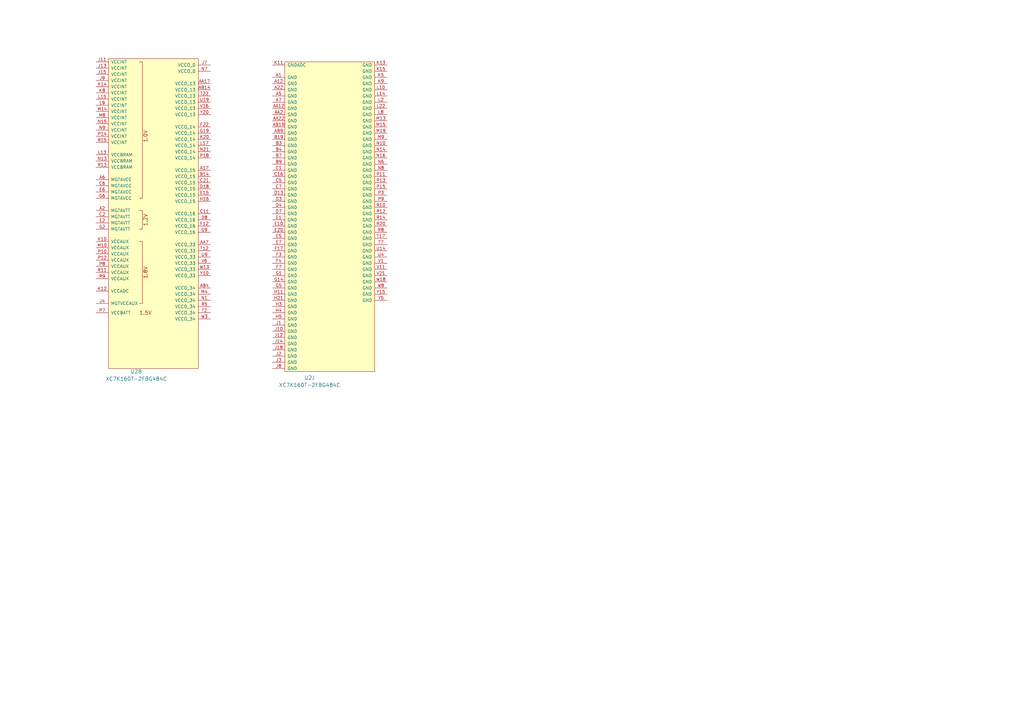
<source format=kicad_sch>
(kicad_sch (version 20211123) (generator eeschema)
  (paper "A3")
  (title_block (date "2023-04-22") (rev "0.1") (company "Antikernel Labs") (comment 1 "Andrew D. Zonenberg"))
  (lib_symbols
    (symbol "xilinx-azonenberg:XC7KxT-FBG484" (pin_names (offset 1.016))
      (property "Reference" "U" (at 0 -2.54 0))
      (property "Value" "XC7KxT-FBG484" (at 27.94 -2.54 0))
      (symbol "XC7KxT-FBG484_0_1"
        (rectangle (start 0 125.73) (end 36.83 -1.27) (fill (type background)))
      )
      (symbol "XC7KxT-FBG484_1_1"
        (pin bidirectional line (at -5.08 22.86 0) (length 5.08) (name "CCLK") (number "G7"))
        (pin input line (at -5.08 2.54 0) (length 5.08) (name "M1") (number "H6"))
        (pin input line (at -5.08 5.08 0) (length 5.08) (name "M0") (number "H7"))
        (pin input line (at -5.08 0 0) (length 5.08) (name "M2") (number "J5"))
        (pin output line (at -5.08 33.02 0) (length 5.08) (name "TDO") (number "J6"))
        (pin input line (at -5.08 30.48 0) (length 5.08) (name "TDI") (number "K6"))
        (pin input line (at -5.08 35.56 0) (length 5.08) (name "TCK") (number "K7"))
        (pin power_in line (at -5.08 48.26 0) (length 5.08) (name "XADC_VREF_N") (number "L11"))
        (pin power_in line (at -5.08 58.42 0) (length 5.08) (name "XADC_VP") (number "L12"))
        (pin input line (at -5.08 27.94 0) (length 5.08) (name "TMS") (number "L6"))
        (pin bidirectional line (at -5.08 15.24 0) (length 5.08) (name "INIT_B") (number "L7"))
        (pin power_in line (at -5.08 55.88 0) (length 5.08) (name "XADC_VN") (number "M11"))
        (pin power_in line (at -5.08 50.8 0) (length 5.08) (name "XADC_VREF_P") (number "M12"))
        (pin input line (at -5.08 12.7 0) (length 5.08) (name "PROG_B") (number "M6"))
        (pin input line (at -5.08 7.62 0) (length 5.08) (name "CFGBVS") (number "M7"))
        (pin passive line (at -5.08 43.18 0) (length 5.08) (name "THERMAL_D_N") (number "N11"))
        (pin passive line (at -5.08 40.64 0) (length 5.08) (name "THERMAL_D_P") (number "N12"))
        (pin output line (at -5.08 17.78 0) (length 5.08) (name "DONE") (number "P6"))
      )
      (symbol "XC7KxT-FBG484_2_0"
        (polyline (pts (xy 12.7 50.8) (xy 13.97 50.8) (xy 13.97 25.4) (xy 12.7 25.4)))
        (polyline (pts (xy 12.7 63.5) (xy 13.97 63.5) (xy 13.97 55.88) (xy 12.7 55.88)))
        (polyline (pts (xy 12.7 124.46) (xy 13.97 124.46) (xy 13.97 68.58) (xy 12.7 68.58)))
        (text "1.0V" (at 15.24 93.98 900) (effects (font (size 1.524 1.524))))
        (text "1.2V" (at 15.24 59.69 900) (effects (font (size 1.524 1.524))))
        (text "1.5V" (at 15.24 21.59 0) (effects (font (size 1.524 1.524))))
        (text "1.8V" (at 15.24 38.1 900) (effects (font (size 1.524 1.524))))
      )
      (symbol "XC7KxT-FBG484_2_1"
        (pin power_in line (at 41.91 80.01 180) (length 5.08) (name "VCCO_15") (number "A17"))
        (pin power_in line (at -5.08 63.5 0) (length 5.08) (name "MGTAVTT") (number "A2"))
        (pin power_in line (at -5.08 76.2 0) (length 5.08) (name "MGTAVCC") (number "A6"))
        (pin power_in line (at 41.91 115.57 180) (length 5.08) (name "VCCO_13") (number "AA17"))
        (pin power_in line (at 41.91 49.53 180) (length 5.08) (name "VCCO_33") (number "AA7"))
        (pin power_in line (at 41.91 113.03 180) (length 5.08) (name "VCCO_13") (number "AB14"))
        (pin power_in line (at 41.91 31.75 180) (length 5.08) (name "VCCO_34") (number "AB4"))
        (pin power_in line (at 41.91 77.47 180) (length 5.08) (name "VCCO_15") (number "B14"))
        (pin power_in line (at 41.91 62.23 180) (length 5.08) (name "VCCO_16") (number "C11"))
        (pin power_in line (at -5.08 60.96 0) (length 5.08) (name "MGTAVTT") (number "C2"))
        (pin power_in line (at 41.91 74.93 180) (length 5.08) (name "VCCO_15") (number "C21"))
        (pin power_in line (at -5.08 73.66 0) (length 5.08) (name "MGTAVCC") (number "C6"))
        (pin power_in line (at 41.91 72.39 180) (length 5.08) (name "VCCO_15") (number "D18"))
        (pin power_in line (at 41.91 59.69 180) (length 5.08) (name "VCCO_16") (number "D8"))
        (pin power_in line (at 41.91 69.85 180) (length 5.08) (name "VCCO_15") (number "E15"))
        (pin power_in line (at -5.08 58.42 0) (length 5.08) (name "MGTAVTT") (number "E2"))
        (pin power_in line (at -5.08 71.12 0) (length 5.08) (name "MGTAVCC") (number "E6"))
        (pin power_in line (at 41.91 57.15 180) (length 5.08) (name "VCCO_16") (number "F12"))
        (pin power_in line (at 41.91 97.79 180) (length 5.08) (name "VCCO_14") (number "F22"))
        (pin power_in line (at 41.91 95.25 180) (length 5.08) (name "VCCO_14") (number "G19"))
        (pin power_in line (at -5.08 55.88 0) (length 5.08) (name "MGTAVTT") (number "G2"))
        (pin power_in line (at -5.08 68.58 0) (length 5.08) (name "MGTAVCC") (number "G6"))
        (pin power_in line (at 41.91 54.61 180) (length 5.08) (name "VCCO_16") (number "G9"))
        (pin power_in line (at 41.91 67.31 180) (length 5.08) (name "VCCO_15") (number "H16"))
        (pin power_in line (at -5.08 124.46 0) (length 5.08) (name "VCCINT") (number "J11"))
        (pin power_in line (at -5.08 121.92 0) (length 5.08) (name "VCCINT") (number "J13"))
        (pin power_in line (at -5.08 119.38 0) (length 5.08) (name "VCCINT") (number "J15"))
        (pin power_in line (at -5.08 25.4 0) (length 5.08) (name "MGTVCCAUX") (number "J4"))
        (pin power_in line (at 41.91 123.19 180) (length 5.08) (name "VCCO_0") (number "J7"))
        (pin power_in line (at -5.08 116.84 0) (length 5.08) (name "VCCINT") (number "J9"))
        (pin power_in line (at -5.08 50.8 0) (length 5.08) (name "VCCAUX") (number "K10"))
        (pin power_in line (at -5.08 30.48 0) (length 5.08) (name "VCCADC") (number "K12"))
        (pin power_in line (at -5.08 114.3 0) (length 5.08) (name "VCCINT") (number "K14"))
        (pin power_in line (at 41.91 92.71 180) (length 5.08) (name "VCCO_14") (number "K20"))
        (pin power_in line (at -5.08 111.76 0) (length 5.08) (name "VCCINT") (number "K8"))
        (pin power_in line (at -5.08 86.36 0) (length 5.08) (name "VCCBRAM") (number "L13"))
        (pin power_in line (at -5.08 109.22 0) (length 5.08) (name "VCCINT") (number "L15"))
        (pin power_in line (at 41.91 90.17 180) (length 5.08) (name "VCCO_14") (number "L17"))
        (pin power_in line (at -5.08 106.68 0) (length 5.08) (name "VCCINT") (number "L9"))
        (pin power_in line (at -5.08 48.26 0) (length 5.08) (name "VCCAUX") (number "M10"))
        (pin power_in line (at -5.08 104.14 0) (length 5.08) (name "VCCINT") (number "M14"))
        (pin power_in line (at 41.91 29.21 180) (length 5.08) (name "VCCO_34") (number "M4"))
        (pin power_in line (at -5.08 101.6 0) (length 5.08) (name "VCCINT") (number "M8"))
        (pin power_in line (at 41.91 26.67 180) (length 5.08) (name "VCCO_34") (number "N1"))
        (pin power_in line (at -5.08 83.82 0) (length 5.08) (name "VCCBRAM") (number "N13"))
        (pin power_in line (at -5.08 99.06 0) (length 5.08) (name "VCCINT") (number "N15"))
        (pin power_in line (at 41.91 87.63 180) (length 5.08) (name "VCCO_14") (number "N21"))
        (pin power_in line (at 41.91 120.65 180) (length 5.08) (name "VCCO_0") (number "N7"))
        (pin power_in line (at -5.08 96.52 0) (length 5.08) (name "VCCINT") (number "N9"))
        (pin power_in line (at -5.08 45.72 0) (length 5.08) (name "VCCAUX") (number "P10"))
        (pin power_in line (at -5.08 43.18 0) (length 5.08) (name "VCCAUX") (number "P12"))
        (pin power_in line (at -5.08 93.98 0) (length 5.08) (name "VCCINT") (number "P14"))
        (pin power_in line (at 41.91 85.09 180) (length 5.08) (name "VCCO_14") (number "P18"))
        (pin power_in line (at -5.08 21.59 0) (length 5.08) (name "VCCBATT") (number "P7"))
        (pin power_in line (at -5.08 40.64 0) (length 5.08) (name "VCCAUX") (number "P8"))
        (pin power_in line (at -5.08 38.1 0) (length 5.08) (name "VCCAUX") (number "R11"))
        (pin power_in line (at -5.08 81.28 0) (length 5.08) (name "VCCBRAM") (number "R13"))
        (pin power_in line (at -5.08 91.44 0) (length 5.08) (name "VCCINT") (number "R15"))
        (pin power_in line (at 41.91 24.13 180) (length 5.08) (name "VCCO_34") (number "R5"))
        (pin power_in line (at -5.08 35.56 0) (length 5.08) (name "VCCAUX") (number "R9"))
        (pin power_in line (at 41.91 46.99 180) (length 5.08) (name "VCCO_33") (number "T12"))
        (pin power_in line (at 41.91 21.59 180) (length 5.08) (name "VCCO_34") (number "T2"))
        (pin power_in line (at 41.91 110.49 180) (length 5.08) (name "VCCO_13") (number "T22"))
        (pin power_in line (at 41.91 107.95 180) (length 5.08) (name "VCCO_13") (number "U19"))
        (pin power_in line (at 41.91 44.45 180) (length 5.08) (name "VCCO_33") (number "U9"))
        (pin power_in line (at 41.91 105.41 180) (length 5.08) (name "VCCO_13") (number "V16"))
        (pin power_in line (at 41.91 41.91 180) (length 5.08) (name "VCCO_33") (number "V6"))
        (pin power_in line (at 41.91 39.37 180) (length 5.08) (name "VCCO_33") (number "W13"))
        (pin power_in line (at 41.91 19.05 180) (length 5.08) (name "VCCO_34") (number "W3"))
        (pin power_in line (at 41.91 36.83 180) (length 5.08) (name "VCCO_33") (number "Y10"))
        (pin power_in line (at 41.91 102.87 180) (length 5.08) (name "VCCO_13") (number "Y20"))
      )
      (symbol "XC7KxT-FBG484_3_0"
        (text "Byte group 0" (at 25.4 107.95 900) (effects (font (size 1.524 1.524))))
        (text "Byte group 1" (at 25.4 77.47 900) (effects (font (size 1.524 1.524))))
        (text "Byte group 2" (at 25.4 46.99 900) (effects (font (size 1.524 1.524))))
        (text "Byte group 3" (at 25.4 16.51 900) (effects (font (size 1.524 1.524))))
      )
      (symbol "XC7KxT-FBG484_3_1"
        (polyline (pts (xy 22.86 30.48) (xy 24.13 30.48) (xy 24.13 2.54) (xy 22.86 2.54)))
        (polyline (pts (xy 22.86 60.96) (xy 24.13 60.96) (xy 24.13 33.02) (xy 22.86 33.02)))
        (polyline (pts (xy 22.86 91.44) (xy 24.13 91.44) (xy 24.13 63.5) (xy 22.86 63.5)))
        (polyline (pts (xy 22.86 121.92) (xy 24.13 121.92) (xy 24.13 93.98) (xy 22.86 93.98)))
        (pin bidirectional line (at -5.08 35.56 0) (length 5.08) (name "IO_L18P_T2_13") (number "AA14"))
        (pin bidirectional line (at -5.08 33.02 0) (length 5.08) (name "IO_L18N_T2_13") (number "AA15"))
        (pin bidirectional line (at -5.08 40.64 0) (length 5.08) (name "IO_L17P_T2_13") (number "AA16"))
        (pin bidirectional line (at -5.08 50.8 0) (length 5.08) (name "IO_L15P_T2_DQS_13") (number "AA18"))
        (pin bidirectional line (at -5.08 76.2 0) (length 5.08) (name "IO_L10_PT1_13") (number "AA19"))
        (pin bidirectional line (at -5.08 86.36 0) (length 5.08) (name "IO_L8P_T1_13") (number "AA20"))
        (pin bidirectional line (at -5.08 81.28 0) (length 5.08) (name "IO_L9P_T1_DQS_13") (number "AA21"))
        (pin bidirectional line (at -5.08 45.72 0) (length 5.08) (name "IO_L16P_T2_13") (number "AB15"))
        (pin bidirectional line (at -5.08 43.18 0) (length 5.08) (name "IO_L16N_T2_13") (number "AB16"))
        (pin bidirectional line (at -5.08 38.1 0) (length 5.08) (name "IO_L17N_T2_13") (number "AB17"))
        (pin bidirectional line (at -5.08 48.26 0) (length 5.08) (name "IO_L15N_T2_DQS_13") (number "AB18"))
        (pin bidirectional line (at -5.08 73.66 0) (length 5.08) (name "IO_L10N_T1_13") (number "AB20"))
        (pin bidirectional line (at -5.08 83.82 0) (length 5.08) (name "IO_L8N_T1_13") (number "AB21"))
        (pin bidirectional line (at -5.08 78.74 0) (length 5.08) (name "IO_L9N_T1_DQS_13") (number "AB22"))
        (pin bidirectional line (at -5.08 25.4 0) (length 5.08) (name "IO_L20P_T3_13") (number "R16"))
        (pin bidirectional line (at -5.08 5.08 0) (length 5.08) (name "IO_L24P_T3_13") (number "T15"))
        (pin bidirectional line (at -5.08 22.86 0) (length 5.08) (name "IO_L20N_T3_13") (number "T16"))
        (pin bidirectional line (at -5.08 111.76 0) (length 5.08) (name "IO_L3P_T0_DQS_13") (number "T18"))
        (pin bidirectional line (at -5.08 124.46 0) (length 5.08) (name "IO_0_13") (number "T19"))
        (pin bidirectional line (at -5.08 96.52 0) (length 5.08) (name "IO_L6P_T0_13") (number "T20"))
        (pin bidirectional line (at -5.08 121.92 0) (length 5.08) (name "IO_L1P_T0_13") (number "T21"))
        (pin bidirectional line (at -5.08 2.54 0) (length 5.08) (name "IO_L24N_T3_13") (number "U15"))
        (pin bidirectional line (at -5.08 30.48 0) (length 5.08) (name "IO_L19P_T3_13") (number "U16"))
        (pin bidirectional line (at -5.08 101.6 0) (length 5.08) (name "IO_L5P_T0_13") (number "U17"))
        (pin bidirectional line (at -5.08 109.22 0) (length 5.08) (name "IO_L3N_T0_DQS_13") (number "U18"))
        (pin bidirectional line (at -5.08 93.98 0) (length 5.08) (name "IO_L6N_T0_VREF_13") (number "U20"))
        (pin bidirectional line (at -5.08 119.38 0) (length 5.08) (name "IO_L1N_T0_13") (number "U21"))
        (pin bidirectional line (at -5.08 116.84 0) (length 5.08) (name "IO_L2P_T0_13") (number "U22"))
        (pin bidirectional line (at -5.08 0 0) (length 5.08) (name "IO_25_13") (number "V14"))
        (pin bidirectional line (at -5.08 10.16 0) (length 5.08) (name "IO_L23P_T3_13") (number "V15"))
        (pin bidirectional line (at -5.08 27.94 0) (length 5.08) (name "IO_L19N_T3_VREF_13") (number "V17"))
        (pin bidirectional line (at -5.08 99.06 0) (length 5.08) (name "IO_L5N_T0_13") (number "V18"))
        (pin bidirectional line (at -5.08 66.04 0) (length 5.08) (name "IO_L12P_T1_MRCC_13") (number "V19"))
        (pin bidirectional line (at -5.08 71.12 0) (length 5.08) (name "IO_L11P_T1_SRCC_13") (number "V20"))
        (pin bidirectional line (at -5.08 114.3 0) (length 5.08) (name "IO_L2N_T0_13") (number "V22"))
        (pin bidirectional line (at -5.08 15.24 0) (length 5.08) (name "IO_L22P_T3_13") (number "W14"))
        (pin bidirectional line (at -5.08 7.62 0) (length 5.08) (name "IO_L23N_T3_13") (number "W15"))
        (pin bidirectional line (at -5.08 20.32 0) (length 5.08) (name "IO_L21P_T3_DQS_13") (number "W16"))
        (pin bidirectional line (at -5.08 55.88 0) (length 5.08) (name "IO_L14P_T2_SRCC_13") (number "W17"))
        (pin bidirectional line (at -5.08 63.5 0) (length 5.08) (name "IO_12N_T1_MRCC_13") (number "W19"))
        (pin bidirectional line (at -5.08 68.58 0) (length 5.08) (name "IO_L11N_T1_SRCC_13") (number "W20"))
        (pin bidirectional line (at -5.08 106.68 0) (length 5.08) (name "IO_L4P_T0_13") (number "W21"))
        (pin bidirectional line (at -5.08 104.14 0) (length 5.08) (name "IO_L4N_T0_13") (number "W22"))
        (pin bidirectional line (at -5.08 12.7 0) (length 5.08) (name "IO_L22N_T3_13") (number "Y14"))
        (pin bidirectional line (at -5.08 17.78 0) (length 5.08) (name "IO_L21N_T3_DQS_13") (number "Y16"))
        (pin bidirectional line (at -5.08 53.34 0) (length 5.08) (name "IO_L14N_T2_SRCC_13") (number "Y17"))
        (pin bidirectional line (at -5.08 60.96 0) (length 5.08) (name "IO_L13P_T2_MRCC_13") (number "Y18"))
        (pin bidirectional line (at -5.08 58.42 0) (length 5.08) (name "IO_L13N_T2_MRCC_13") (number "Y19"))
        (pin bidirectional line (at -5.08 91.44 0) (length 5.08) (name "IO_L7P_T1_13") (number "Y21"))
        (pin bidirectional line (at -5.08 88.9 0) (length 5.08) (name "IO_L7N_T1_13") (number "Y22"))
      )
      (symbol "XC7KxT-FBG484_4_0"
        (text "Byte group 0" (at 34.29 106.68 900) (effects (font (size 1.524 1.524))))
        (text "Byte group 1" (at 34.29 77.47 900) (effects (font (size 1.524 1.524))))
        (text "Byte group 2" (at 34.29 46.99 900) (effects (font (size 1.524 1.524))))
        (text "Byte group 3" (at 34.29 16.51 900) (effects (font (size 1.524 1.524))))
      )
      (symbol "XC7KxT-FBG484_4_1"
        (polyline (pts (xy 31.75 30.48) (xy 33.02 30.48) (xy 33.02 2.54) (xy 31.75 2.54)))
        (polyline (pts (xy 31.75 60.96) (xy 33.02 60.96) (xy 33.02 33.02) (xy 31.75 33.02)))
        (polyline (pts (xy 31.75 91.44) (xy 33.02 91.44) (xy 33.02 63.5) (xy 31.75 63.5)))
        (polyline (pts (xy 31.75 121.92) (xy 33.02 121.92) (xy 33.02 93.98) (xy 31.75 93.98)))
        (pin bidirectional line (at -5.08 91.44 0) (length 5.08) (name "IO_L7P_T1_D09_14") (number "E21"))
        (pin bidirectional line (at -5.08 88.9 0) (length 5.08) (name "IO_L7N_T1_D10_14") (number "E22"))
        (pin bidirectional line (at -5.08 114.3 0) (length 5.08) (name "IO_L2N_T0_D03_14") (number "F19"))
        (pin bidirectional line (at -5.08 104.14 0) (length 5.08) (name "IO_L4N_T0_D05_14") (number "F20"))
        (pin bidirectional line (at -5.08 78.74 0) (length 5.08) (name "IO_L9N_T1_DQS_D13_14") (number "F21"))
        (pin bidirectional line (at -5.08 116.84 0) (length 5.08) (name "IO_L2P_T0_D02_14") (number "G18"))
        (pin bidirectional line (at -5.08 106.68 0) (length 5.08) (name "IO_L4P_T0_D04_14") (number "G20"))
        (pin bidirectional line (at -5.08 81.28 0) (length 5.08) (name "IO_L9P_T1_DQS_14") (number "G21"))
        (pin bidirectional line (at -5.08 83.82 0) (length 5.08) (name "IO_L8N_T1_D12_14") (number "G22"))
        (pin bidirectional line (at -5.08 121.92 0) (length 5.08) (name "IO_L1P_T0_D00_MOSI_14") (number "H18"))
        (pin bidirectional line (at -5.08 119.38 0) (length 5.08) (name "IO_L1N_T0_D01_DIN_14") (number "H19"))
        (pin bidirectional line (at -5.08 68.58 0) (length 5.08) (name "IO_L11N_T1_SRCC_14") (number "H20"))
        (pin bidirectional line (at -5.08 86.36 0) (length 5.08) (name "IO_L8P_T1_D11_14") (number "H22"))
        (pin bidirectional line (at -5.08 109.22 0) (length 5.08) (name "IO_L3N_T0_DQS_EMCCLK_14") (number "J19"))
        (pin bidirectional line (at -5.08 71.12 0) (length 5.08) (name "IO_L11P_T1_SRCC_14") (number "J20"))
        (pin bidirectional line (at -5.08 76.2 0) (length 5.08) (name "IO_L10P_T1_D14_14") (number "J21"))
        (pin bidirectional line (at -5.08 73.66 0) (length 5.08) (name "IO_L10N_T1_D15_14") (number "J22"))
        (pin bidirectional line (at -5.08 124.46 0) (length 5.08) (name "IO_0_14") (number "K16"))
        (pin bidirectional line (at -5.08 93.98 0) (length 5.08) (name "IO_L6N_T0_D08_VREF_14") (number "K17"))
        (pin bidirectional line (at -5.08 111.76 0) (length 5.08) (name "IO_L3P_T0_DQS_PUDC_B_14") (number "K18"))
        (pin bidirectional line (at -5.08 99.06 0) (length 5.08) (name "IO_L5N_T0_D07_14") (number "K19"))
        (pin bidirectional line (at -5.08 45.72 0) (length 5.08) (name "IO_L16P_T2_CSI_B_14") (number "K21"))
        (pin bidirectional line (at -5.08 43.18 0) (length 5.08) (name "IO_L16N_T2_A15_D31_14") (number "K22"))
        (pin bidirectional line (at -5.08 96.52 0) (length 5.08) (name "IO_L6P_T0_FCS_B_14") (number "L16"))
        (pin bidirectional line (at -5.08 101.6 0) (length 5.08) (name "IO_L5P_T0_D06_14") (number "L18"))
        (pin bidirectional line (at -5.08 66.04 0) (length 5.08) (name "IO_L12P_T1_MRCC_14") (number "L19"))
        (pin bidirectional line (at -5.08 63.5 0) (length 5.08) (name "IO_L12N_T1_MRCC_14") (number "L20"))
        (pin bidirectional line (at -5.08 33.02 0) (length 5.08) (name "IO_L18N_T2_A11_D27_14") (number "L21"))
        (pin bidirectional line (at -5.08 0 0) (length 5.08) (name "IO_25_14") (number "M16"))
        (pin bidirectional line (at -5.08 55.88 0) (length 5.08) (name "IO_L14P_T2_SRCC_14") (number "M17"))
        (pin bidirectional line (at -5.08 53.34 0) (length 5.08) (name "IO_L14N_T2_SRCC_14") (number "M18"))
        (pin bidirectional line (at -5.08 35.56 0) (length 5.08) (name "IO_L18P_T2_A12_D28_14") (number "M20"))
        (pin bidirectional line (at -5.08 38.1 0) (length 5.08) (name "IO_L17N_T2_A13_D29_14") (number "M21"))
        (pin bidirectional line (at -5.08 48.26 0) (length 5.08) (name "IO_L15N_T2_DQS_DOUT_CSO_B_14") (number "M22"))
        (pin bidirectional line (at -5.08 7.62 0) (length 5.08) (name "IO_L23N_T3_A02_D18_14") (number "N17"))
        (pin bidirectional line (at -5.08 60.96 0) (length 5.08) (name "IO_L13P_T2_MRCC_14") (number "N18"))
        (pin bidirectional line (at -5.08 58.42 0) (length 5.08) (name "IO_L13N_T2_MRCC_14") (number "N19"))
        (pin bidirectional line (at -5.08 40.64 0) (length 5.08) (name "IO_L17P_T2_A14_D30_14") (number "N20"))
        (pin bidirectional line (at -5.08 50.8 0) (length 5.08) (name "IO_L15P_T2_DQS_RDWR_B_14") (number "N22"))
        (pin bidirectional line (at -5.08 10.16 0) (length 5.08) (name "IO_L23P_T3_A03_D19_14") (number "P16"))
        (pin bidirectional line (at -5.08 17.78 0) (length 5.08) (name "IO_L21N_T3_DQS_A06_D22_14") (number "P17"))
        (pin bidirectional line (at -5.08 25.4 0) (length 5.08) (name "IO_L20P_T3_A08_D24_14") (number "P19"))
        (pin bidirectional line (at -5.08 22.86 0) (length 5.08) (name "IO_L20N_T3_A07_D23_14") (number "P20"))
        (pin bidirectional line (at -5.08 15.24 0) (length 5.08) (name "IO_L22P_T3_A05_D21_14") (number "P21"))
        (pin bidirectional line (at -5.08 12.7 0) (length 5.08) (name "IO_L22N_T3_A04_D20_14") (number "P22"))
        (pin bidirectional line (at -5.08 20.32 0) (length 5.08) (name "IO_L21P_T3_DQS_14") (number "R17"))
        (pin bidirectional line (at -5.08 30.48 0) (length 5.08) (name "IO_L19P_T3_A10_D26_14") (number "R18"))
        (pin bidirectional line (at -5.08 27.94 0) (length 5.08) (name "IO_L19N_T3_A09_D25_VREF_14") (number "R19"))
        (pin bidirectional line (at -5.08 5.08 0) (length 5.08) (name "IO_L24P_T3_A01_D17_14") (number "R21"))
        (pin bidirectional line (at -5.08 2.54 0) (length 5.08) (name "IO_L24N_T3_A00_D16_14") (number "R22"))
      )
      (symbol "XC7KxT-FBG484_5_0"
        (text "Byte group 0" (at 31.75 106.68 900) (effects (font (size 1.524 1.524))))
        (text "Byte group 1" (at 31.75 76.2 900) (effects (font (size 1.524 1.524))))
        (text "Byte group 2" (at 31.75 45.72 900) (effects (font (size 1.524 1.524))))
        (text "Byte group 3" (at 31.75 15.24 900) (effects (font (size 1.524 1.524))))
      )
      (symbol "XC7KxT-FBG484_5_1"
        (polyline (pts (xy 29.21 29.21) (xy 30.48 29.21) (xy 30.48 1.27) (xy 29.21 1.27)))
        (polyline (pts (xy 29.21 59.69) (xy 30.48 59.69) (xy 30.48 31.75) (xy 29.21 31.75)))
        (polyline (pts (xy 29.21 90.17) (xy 30.48 90.17) (xy 30.48 62.23) (xy 29.21 62.23)))
        (polyline (pts (xy 29.21 121.92) (xy 30.48 121.92) (xy 30.48 92.71) (xy 29.21 92.71)))
        (pin bidirectional line (at -5.08 106.68 0) (length 5.08) (name "IO_L4P_T0_AD9P_15") (number "A13"))
        (pin bidirectional line (at -5.08 104.14 0) (length 5.08) (name "IO_L4N_T0_AD9N_15") (number "A14"))
        (pin bidirectional line (at -5.08 78.74 0) (length 5.08) (name "IO_L9N_T1_DQS_AD11N_15") (number "A15"))
        (pin bidirectional line (at -5.08 83.82 0) (length 5.08) (name "IO_L8N_T1_AD3N_15") (number "A16"))
        (pin bidirectional line (at -5.08 73.66 0) (length 5.08) (name "IO_L10N_T1_AD4N_15") (number "A18"))
        (pin bidirectional line (at -5.08 22.86 0) (length 5.08) (name "IO_L20N_T3_A19_15") (number "A19"))
        (pin bidirectional line (at -5.08 15.24 0) (length 5.08) (name "IO_L22P_T3_A17_15") (number "A20"))
        (pin bidirectional line (at -5.08 12.7 0) (length 5.08) (name "IO_L22N_T3_A16_15") (number "A21"))
        (pin bidirectional line (at -5.08 114.3 0) (length 5.08) (name "IO_L2N_T0_AD8N_15") (number "B12"))
        (pin bidirectional line (at -5.08 99.06 0) (length 5.08) (name "IO_L5N_T0_AD2N_15") (number "B13"))
        (pin bidirectional line (at -5.08 81.28 0) (length 5.08) (name "IO_L9P_T1_DQS_AD11P_15") (number "B15"))
        (pin bidirectional line (at -5.08 86.36 0) (length 5.08) (name "IO_L8P_T1_AD3P_15") (number "B16"))
        (pin bidirectional line (at -5.08 76.2 0) (length 5.08) (name "IO_L10P_T1_AD4P_15") (number "B17"))
        (pin bidirectional line (at -5.08 25.4 0) (length 5.08) (name "IO_L20P_T3_A20_15") (number "B18"))
        (pin bidirectional line (at -5.08 5.08 0) (length 5.08) (name "IO_L24P_T3_RS1_15") (number "B20"))
        (pin bidirectional line (at -5.08 2.54 0) (length 5.08) (name "IO_L24N_T3_RS0_15") (number "B21"))
        (pin bidirectional line (at -5.08 17.78 0) (length 5.08) (name "IO_L21N_T3_DQS_A18_15") (number "B22"))
        (pin bidirectional line (at -5.08 116.84 0) (length 5.08) (name "IO_L2P_T0_AD8P_15") (number "C12"))
        (pin bidirectional line (at -5.08 101.6 0) (length 5.08) (name "IO_L5P_T0_AD2P_15") (number "C13"))
        (pin bidirectional line (at -5.08 91.44 0) (length 5.08) (name "IO_L7P_T1_AD10P_15") (number "C14"))
        (pin bidirectional line (at -5.08 88.9 0) (length 5.08) (name "IO_L7N_T1_AD10N_15") (number "C15"))
        (pin bidirectional line (at -5.08 66.04 0) (length 5.08) (name "IO_L12P_T1_MRCC_AD5P_15") (number "C17"))
        (pin bidirectional line (at -5.08 63.5 0) (length 5.08) (name "IO_L12N_T1_MRCC_AD5N_15") (number "C18"))
        (pin bidirectional line (at -5.08 30.48 0) (length 5.08) (name "IO_L19P_T3_A22_15") (number "C19"))
        (pin bidirectional line (at -5.08 27.94 0) (length 5.08) (name "IO_L19N_T3_A21_VREF_15") (number "C20"))
        (pin bidirectional line (at -5.08 20.32 0) (length 5.08) (name "IO_L21P_T3_DQS_15") (number "C22"))
        (pin bidirectional line (at -5.08 124.46 0) (length 5.08) (name "IO_0_15") (number "D12"))
        (pin bidirectional line (at -5.08 93.98 0) (length 5.08) (name "IO_L6N_T0_VREF_15") (number "D14"))
        (pin bidirectional line (at -5.08 71.12 0) (length 5.08) (name "IO_L11P_T1_SRCC_AD12P_15") (number "D15"))
        (pin bidirectional line (at -5.08 68.58 0) (length 5.08) (name "IO_L11N_T1_SRCC_AD12N_15") (number "D16"))
        (pin bidirectional line (at -5.08 53.34 0) (length 5.08) (name "IO_L14N_T2_SRCC_15") (number "D17"))
        (pin bidirectional line (at -5.08 35.56 0) (length 5.08) (name "IO_L18P_T2_A24_15") (number "D19"))
        (pin bidirectional line (at -5.08 33.02 0) (length 5.08) (name "IO_L18N_T2_A23_15") (number "D20"))
        (pin bidirectional line (at -5.08 10.16 0) (length 5.08) (name "IO_L23P_T3_FOE_B_15") (number "D21"))
        (pin bidirectional line (at -5.08 7.62 0) (length 5.08) (name "IO_L23N_T3_FWE_B_15") (number "D22"))
        (pin bidirectional line (at -5.08 96.52 0) (length 5.08) (name "IO_L6P_T0_15") (number "E14"))
        (pin bidirectional line (at -5.08 55.88 0) (length 5.08) (name "IO_L14P_T2_SRCC_15") (number "E16"))
        (pin bidirectional line (at -5.08 60.96 0) (length 5.08) (name "IO_L13P_T2_MRCC_15") (number "E17"))
        (pin bidirectional line (at -5.08 58.42 0) (length 5.08) (name "IO_L13N_T2_MRCC_15") (number "E18"))
        (pin bidirectional line (at -5.08 38.1 0) (length 5.08) (name "IO_L17N_T2_A25_15") (number "E19"))
        (pin bidirectional line (at -5.08 111.76 0) (length 5.08) (name "IO_L3P_T0_DQS_AD1P_15") (number "F15"))
        (pin bidirectional line (at -5.08 109.22 0) (length 5.08) (name "IO_L3N_T0_DQS_AD1N_15") (number "F16"))
        (pin bidirectional line (at -5.08 40.64 0) (length 5.08) (name "IO_L17P_T2_A26_15") (number "F18"))
        (pin bidirectional line (at -5.08 121.92 0) (length 5.08) (name "IO_L1P_T0_AD0P_15") (number "G15"))
        (pin bidirectional line (at -5.08 119.38 0) (length 5.08) (name "IO_L1N_T0_AD0N_15") (number "G16"))
        (pin bidirectional line (at -5.08 48.26 0) (length 5.08) (name "IO_L15N_T2_DQS_ADV_B_15") (number "G17"))
        (pin bidirectional line (at -5.08 0 0) (length 5.08) (name "IO_25_15") (number "H15"))
        (pin bidirectional line (at -5.08 50.8 0) (length 5.08) (name "IO_L15P_T2_DQS_15") (number "H17"))
        (pin bidirectional line (at -5.08 45.72 0) (length 5.08) (name "IO_L16P_T2_A28_15") (number "J16"))
        (pin bidirectional line (at -5.08 43.18 0) (length 5.08) (name "IO_L16N_T2_A27_15") (number "J17"))
      )
      (symbol "XC7KxT-FBG484_6_0"
        (text "Byte group 1" (at 26.67 107.95 900) (effects (font (size 1.524 1.524))))
        (text "Byte group 2" (at 26.67 77.47 900) (effects (font (size 1.524 1.524))))
        (text "Byte group 3" (at 26.67 49.53 900) (effects (font (size 1.524 1.524))))
      )
      (symbol "XC7KxT-FBG484_6_1"
        (polyline (pts (xy 24.13 63.5) (xy 25.4 63.5) (xy 25.4 38.1) (xy 24.13 38.1)))
        (polyline (pts (xy 24.13 91.44) (xy 25.4 91.44) (xy 25.4 66.04) (xy 24.13 66.04)))
        (polyline (pts (xy 24.13 121.92) (xy 25.4 121.92) (xy 25.4 93.98) (xy 24.13 93.98)))
        (pin bidirectional line (at -5.08 40.64 0) (length 5.08) (name "IO_L23N_T3_16") (number "A10"))
        (pin bidirectional line (at -5.08 43.18 0) (length 5.08) (name "IO_L23P_T3_16") (number "A11"))
        (pin bidirectional line (at -5.08 50.8 0) (length 5.08) (name "IO_L21N_T3_DQS_16") (number "A8"))
        (pin bidirectional line (at -5.08 53.34 0) (length 5.08) (name "IO_L21P_T3_DQS_16") (number "A9"))
        (pin bidirectional line (at -5.08 55.88 0) (length 5.08) (name "IO_L20N_T3_16") (number "B10"))
        (pin bidirectional line (at -5.08 58.42 0) (length 5.08) (name "IO_L20P_T3_16") (number "B11"))
        (pin bidirectional line (at -5.08 45.72 0) (length 5.08) (name "IO_L22N_T3_16") (number "B8"))
        (pin bidirectional line (at -5.08 119.38 0) (length 5.08) (name "IO_L7N_T1_16") (number "C10"))
        (pin bidirectional line (at -5.08 48.26 0) (length 5.08) (name "IO_L22P_T3_16") (number "C8"))
        (pin bidirectional line (at -5.08 60.96 0) (length 5.08) (name "IO_L19N_T3_VREF_16") (number "C9"))
        (pin bidirectional line (at -5.08 121.92 0) (length 5.08) (name "IO_L7P_T1_16") (number "D10"))
        (pin bidirectional line (at -5.08 93.98 0) (length 5.08) (name "IO_L12N_T1_MRCC_16") (number "D11"))
        (pin bidirectional line (at -5.08 63.5 0) (length 5.08) (name "IO_L19P_T3_16") (number "D9"))
        (pin bidirectional line (at -5.08 96.52 0) (length 5.08) (name "IO_L12P_T1_MRCC_16") (number "E11"))
        (pin bidirectional line (at -5.08 104.14 0) (length 5.08) (name "IO_L10N_T1_16") (number "E12"))
        (pin bidirectional line (at -5.08 106.68 0) (length 5.08) (name "IO_L10P_T1_16") (number "E13"))
        (pin bidirectional line (at -5.08 38.1 0) (length 5.08) (name "IO_24_T3_16") (number "E8"))
        (pin bidirectional line (at -5.08 78.74 0) (length 5.08) (name "IO_L15N_T2_DQS_16") (number "E9"))
        (pin bidirectional line (at -5.08 99.06 0) (length 5.08) (name "IO_L11N_T1_SRCC_16") (number "F10"))
        (pin bidirectional line (at -5.08 101.6 0) (length 5.08) (name "IO_L11P_T1_SRCC_16") (number "F11"))
        (pin bidirectional line (at -5.08 114.3 0) (length 5.08) (name "IO_L8N_T1_16") (number "F13"))
        (pin bidirectional line (at -5.08 124.46 0) (length 5.08) (name "IO_6_T0_VREF_16") (number "F14"))
        (pin bidirectional line (at -5.08 68.58 0) (length 5.08) (name "IO_L17N_T2_16") (number "F8"))
        (pin bidirectional line (at -5.08 81.28 0) (length 5.08) (name "IO_L15P_T2_DQS_16") (number "F9"))
        (pin bidirectional line (at -5.08 88.9 0) (length 5.08) (name "IO_L13N_T2_MRCC_16") (number "G10"))
        (pin bidirectional line (at -5.08 91.44 0) (length 5.08) (name "IO_L13P_T2_MRCC_16") (number "G11"))
        (pin bidirectional line (at -5.08 83.82 0) (length 5.08) (name "IO_L14N_T2_SRCC_16") (number "G12"))
        (pin bidirectional line (at -5.08 116.84 0) (length 5.08) (name "IO_L8P_T1_16") (number "G13"))
        (pin bidirectional line (at -5.08 71.12 0) (length 5.08) (name "IO_L17P_T2_16") (number "G8"))
        (pin bidirectional line (at -5.08 66.04 0) (length 5.08) (name "IO_18_T2_16") (number "H10"))
        (pin bidirectional line (at -5.08 86.36 0) (length 5.08) (name "IO_L14P_T2_SRCC_16") (number "H12"))
        (pin bidirectional line (at -5.08 109.22 0) (length 5.08) (name "IO_L9N_T1_DQS_16") (number "H13"))
        (pin bidirectional line (at -5.08 111.76 0) (length 5.08) (name "IO_L9P_T1_DQS_16") (number "H14"))
        (pin bidirectional line (at -5.08 73.66 0) (length 5.08) (name "IO_L16N_T2_16") (number "H8"))
        (pin bidirectional line (at -5.08 76.2 0) (length 5.08) (name "IO_L16P_T2_16") (number "H9"))
      )
      (symbol "XC7KxT-FBG484_7_0"
        (text "Byte group 0" (at 25.4 106.68 900) (effects (font (size 1.524 1.524))))
        (text "Byte group 1" (at 25.4 77.47 900) (effects (font (size 1.524 1.524))))
        (text "Byte group 2" (at 25.4 45.72 900) (effects (font (size 1.524 1.524))))
        (text "Byte group 3" (at 25.4 16.51 900) (effects (font (size 1.524 1.524))))
      )
      (symbol "XC7KxT-FBG484_7_1"
        (polyline (pts (xy 22.86 30.48) (xy 24.13 30.48) (xy 24.13 2.54) (xy 22.86 2.54)))
        (polyline (pts (xy 22.86 60.96) (xy 24.13 60.96) (xy 24.13 33.02) (xy 22.86 33.02)))
        (polyline (pts (xy 22.86 91.44) (xy 24.13 91.44) (xy 24.13 63.5) (xy 22.86 63.5)))
        (polyline (pts (xy 22.86 121.92) (xy 24.13 121.92) (xy 24.13 93.98) (xy 22.86 93.98)))
        (pin bidirectional line (at -5.08 106.68 0) (length 5.08) (name "IO_L4P_T0_33") (number "AA10"))
        (pin bidirectional line (at -5.08 25.4 0) (length 5.08) (name "IO_L20P_T3_33") (number "AA11"))
        (pin bidirectional line (at -5.08 17.78 0) (length 5.08) (name "IO_L21N_T3_DQS_33") (number "AA13"))
        (pin bidirectional line (at -5.08 121.92 0) (length 5.08) (name "IO_L1P_T0_33") (number "AA5"))
        (pin bidirectional line (at -5.08 111.76 0) (length 5.08) (name "IO_L3P_T0_DQS_33") (number "AA6"))
        (pin bidirectional line (at -5.08 99.06 0) (length 5.08) (name "IO_L5N_T0_33") (number "AA8"))
        (pin bidirectional line (at -5.08 101.6 0) (length 5.08) (name "IO_L5P_T0_33") (number "AA9"))
        (pin bidirectional line (at -5.08 104.14 0) (length 5.08) (name "IO_L4N_T0_33") (number "AB10"))
        (pin bidirectional line (at -5.08 22.86 0) (length 5.08) (name "IO_L20N_T3_33") (number "AB11"))
        (pin bidirectional line (at -5.08 12.7 0) (length 5.08) (name "IO_L22N_T3_33") (number "AB12"))
        (pin bidirectional line (at -5.08 15.24 0) (length 5.08) (name "IO_L22P_T3_33") (number "AB13"))
        (pin bidirectional line (at -5.08 119.38 0) (length 5.08) (name "IO_L1N_T0_33") (number "AB5"))
        (pin bidirectional line (at -5.08 109.22 0) (length 5.08) (name "IO_L3N_T0_DQS_33") (number "AB6"))
        (pin bidirectional line (at -5.08 114.3 0) (length 5.08) (name "IO_L2N_T0_33") (number "AB7"))
        (pin bidirectional line (at -5.08 116.84 0) (length 5.08) (name "IO_L2P_T0_33") (number "AB8"))
        (pin bidirectional line (at -5.08 83.82 0) (length 5.08) (name "IO_L8N_T1_33") (number "R6"))
        (pin bidirectional line (at -5.08 86.36 0) (length 5.08) (name "IO_L8P_T1_33") (number "R7"))
        (pin bidirectional line (at -5.08 43.18 0) (length 5.08) (name "IO_L16N_T2_33") (number "T10"))
        (pin bidirectional line (at -5.08 45.72 0) (length 5.08) (name "IO_L16P_T2_33") (number "T11"))
        (pin bidirectional line (at -5.08 5.08 0) (length 5.08) (name "IO_L24P_T3_33") (number "T13"))
        (pin bidirectional line (at -5.08 0 0) (length 5.08) (name "IO_25_VRP_33") (number "T14"))
        (pin bidirectional line (at -5.08 124.46 0) (length 5.08) (name "IO_0_VRN_33") (number "T6"))
        (pin bidirectional line (at -5.08 33.02 0) (length 5.08) (name "IO_L18N_T2_33") (number "T8"))
        (pin bidirectional line (at -5.08 35.56 0) (length 5.08) (name "IO_L18P_T2_33") (number "T9"))
        (pin bidirectional line (at -5.08 55.88 0) (length 5.08) (name "IO_L14P_T2_SRCC_33") (number "U10"))
        (pin bidirectional line (at -5.08 38.1 0) (length 5.08) (name "IO_L17N_T2_33") (number "U11"))
        (pin bidirectional line (at -5.08 40.64 0) (length 5.08) (name "IO_L17P_T2_33") (number "U12"))
        (pin bidirectional line (at -5.08 2.54 0) (length 5.08) (name "IO_L24N_T3_33") (number "U13"))
        (pin bidirectional line (at -5.08 73.66 0) (length 5.08) (name "IO_L10N_T1_33") (number "U6"))
        (pin bidirectional line (at -5.08 76.2 0) (length 5.08) (name "IO_L10P_T1_33") (number "U7"))
        (pin bidirectional line (at -5.08 81.28 0) (length 5.08) (name "IO_L9P_T1_DQS_33") (number "U8"))
        (pin bidirectional line (at -5.08 50.8 0) (length 5.08) (name "IO_L15P_T2_DQS_33") (number "V10"))
        (pin bidirectional line (at -5.08 7.62 0) (length 5.08) (name "IO_L23N_T3_33") (number "V12"))
        (pin bidirectional line (at -5.08 10.16 0) (length 5.08) (name "IO_L23P_T3_33") (number "V13"))
        (pin bidirectional line (at -5.08 71.12 0) (length 5.08) (name "IO_L11P_T1_SRCC_33") (number "V7"))
        (pin bidirectional line (at -5.08 78.74 0) (length 5.08) (name "IO_L9N_T1_DQS_33") (number "V8"))
        (pin bidirectional line (at -5.08 53.34 0) (length 5.08) (name "IO_L14N_T2_SRCC_33") (number "V9"))
        (pin bidirectional line (at -5.08 48.26 0) (length 5.08) (name "IO_L15N_T2_DQS_33") (number "W10"))
        (pin bidirectional line (at -5.08 96.52 0) (length 5.08) (name "IO_L6P_T0_33") (number "W11"))
        (pin bidirectional line (at -5.08 30.48 0) (length 5.08) (name "IO_L19P_T3_33") (number "W12"))
        (pin bidirectional line (at -5.08 91.44 0) (length 5.08) (name "IO_L7P_T1_33") (number "W6"))
        (pin bidirectional line (at -5.08 68.58 0) (length 5.08) (name "IO_L11N_T1_SRCC_33") (number "W7"))
        (pin bidirectional line (at -5.08 60.96 0) (length 5.08) (name "IO_L13P_T2_MRCC_33") (number "W9"))
        (pin bidirectional line (at -5.08 93.98 0) (length 5.08) (name "IO_L6N_T0_VREF_33") (number "Y11"))
        (pin bidirectional line (at -5.08 27.94 0) (length 5.08) (name "IO_L19N_T3_VREF_33") (number "Y12"))
        (pin bidirectional line (at -5.08 20.32 0) (length 5.08) (name "IO_L21P_T3_DQS_33") (number "Y13"))
        (pin bidirectional line (at -5.08 88.9 0) (length 5.08) (name "IO_L7N_T1_33") (number "Y6"))
        (pin bidirectional line (at -5.08 63.5 0) (length 5.08) (name "IO_L12N_T1_MRCC_33") (number "Y7"))
        (pin bidirectional line (at -5.08 66.04 0) (length 5.08) (name "IO_L12P_T1_MRCC_33") (number "Y8"))
        (pin bidirectional line (at -5.08 58.42 0) (length 5.08) (name "IO_L13N_T2_MRCC_33") (number "Y9"))
      )
      (symbol "XC7KxT-FBG484_8_0"
        (text "Byte group 0" (at 24.13 106.68 900) (effects (font (size 1.524 1.524))))
        (text "Byte group 1" (at 24.13 76.2 900) (effects (font (size 1.524 1.524))))
        (text "Byte group 2" (at 24.13 45.72 900) (effects (font (size 1.524 1.524))))
        (text "Byte group 3" (at 24.13 15.24 900) (effects (font (size 1.524 1.524))))
      )
      (symbol "XC7KxT-FBG484_8_1"
        (polyline (pts (xy 21.59 30.48) (xy 22.86 30.48) (xy 22.86 2.54) (xy 21.59 2.54)))
        (polyline (pts (xy 21.59 60.96) (xy 22.86 60.96) (xy 22.86 33.02) (xy 21.59 33.02)))
        (polyline (pts (xy 21.59 91.44) (xy 22.86 91.44) (xy 22.86 63.5) (xy 21.59 63.5)))
        (polyline (pts (xy 21.59 123.19) (xy 22.86 123.19) (xy 22.86 93.98) (xy 21.59 93.98)))
        (pin bidirectional line (at -5.08 15.24 0) (length 5.08) (name "IO_L22P_T3_34") (number "AA1"))
        (pin bidirectional line (at -5.08 10.16 0) (length 5.08) (name "IO_L23P_T3_34") (number "AA3"))
        (pin bidirectional line (at -5.08 5.08 0) (length 5.08) (name "IO_L24P_T3_34") (number "AA4"))
        (pin bidirectional line (at -5.08 12.7 0) (length 5.08) (name "IO_L22P_T3_34") (number "AB1"))
        (pin bidirectional line (at -5.08 7.62 0) (length 5.08) (name "IO_L23N_T3_34") (number "AB2"))
        (pin bidirectional line (at -5.08 2.54 0) (length 5.08) (name "IO_L24N_T3_34") (number "AB3"))
        (pin bidirectional line (at -5.08 116.84 0) (length 5.08) (name "IO_L2P_T0_34") (number "K1"))
        (pin bidirectional line (at -5.08 104.14 0) (length 5.08) (name "IO_L4N_T0_34") (number "K2"))
        (pin bidirectional line (at -5.08 106.68 0) (length 5.08) (name "IO_L4P_T0_34") (number "K3"))
        (pin bidirectional line (at -5.08 124.46 0) (length 5.08) (name "IO_0_VRN_34") (number "K4"))
        (pin bidirectional line (at -5.08 114.3 0) (length 5.08) (name "IO_L2N_T0_34") (number "L1"))
        (pin bidirectional line (at -5.08 121.92 0) (length 5.08) (name "IO_L1P_T0_34") (number "L3"))
        (pin bidirectional line (at -5.08 93.98 0) (length 5.08) (name "IO_L6N_T0_VREF_34") (number "L4"))
        (pin bidirectional line (at -5.08 96.52 0) (length 5.08) (name "IO_L6P_T0_34") (number "L5"))
        (pin bidirectional line (at -5.08 109.22 0) (length 5.08) (name "IO_L3N_T0_DQS_34") (number "M1"))
        (pin bidirectional line (at -5.08 111.76 0) (length 5.08) (name "IO_L3P_T0_DQS_34") (number "M2"))
        (pin bidirectional line (at -5.08 119.38 0) (length 5.08) (name "IO_L1N_T0_34") (number "M3"))
        (pin bidirectional line (at -5.08 81.28 0) (length 5.08) (name "IO_L9P_T1_DQS_34") (number "M5"))
        (pin bidirectional line (at -5.08 99.06 0) (length 5.08) (name "IO_L5N_T0_34") (number "N2"))
        (pin bidirectional line (at -5.08 101.6 0) (length 5.08) (name "IO_L5P_T0_34") (number "N3"))
        (pin bidirectional line (at -5.08 78.74 0) (length 5.08) (name "IO_L9N_T1_DQS_34") (number "N4"))
        (pin bidirectional line (at -5.08 35.56 0) (length 5.08) (name "IO_L18P_T2_34") (number "N5"))
        (pin bidirectional line (at -5.08 86.36 0) (length 5.08) (name "IO_L8P_T1_34") (number "P1"))
        (pin bidirectional line (at -5.08 91.44 0) (length 5.08) (name "IO_L7P_T1_34") (number "P2"))
        (pin bidirectional line (at -5.08 71.12 0) (length 5.08) (name "IO_L11P_T1_SRCC_34") (number "P4"))
        (pin bidirectional line (at -5.08 33.02 0) (length 5.08) (name "IO_L18N_T2_34") (number "P5"))
        (pin bidirectional line (at -5.08 83.82 0) (length 5.08) (name "IO_L8N_T1_34") (number "R1"))
        (pin bidirectional line (at -5.08 88.9 0) (length 5.08) (name "IO_L7N_T1_34") (number "R2"))
        (pin bidirectional line (at -5.08 66.04 0) (length 5.08) (name "IO_L12P_T1_MRCC_34") (number "R3"))
        (pin bidirectional line (at -5.08 68.58 0) (length 5.08) (name "IO_L11N_T1_SRCC_34") (number "R4"))
        (pin bidirectional line (at -5.08 76.2 0) (length 5.08) (name "IO_L10P_T1_34") (number "T1"))
        (pin bidirectional line (at -5.08 63.5 0) (length 5.08) (name "IO_L12N_T1_MRCC_34") (number "T3"))
        (pin bidirectional line (at -5.08 60.96 0) (length 5.08) (name "IO_L13P_T2_MRCC_34") (number "T4"))
        (pin bidirectional line (at -5.08 45.72 0) (length 5.08) (name "IO_L16P_T2_34") (number "T5"))
        (pin bidirectional line (at -5.08 73.66 0) (length 5.08) (name "IO_L10N_T1_34") (number "U1"))
        (pin bidirectional line (at -5.08 50.8 0) (length 5.08) (name "IO_L15P_T2_DQS_34") (number "U2"))
        (pin bidirectional line (at -5.08 58.42 0) (length 5.08) (name "IO_L13N_T2_MRCC_34") (number "U3"))
        (pin bidirectional line (at -5.08 43.18 0) (length 5.08) (name "IO_L16N_T2_34") (number "U5"))
        (pin bidirectional line (at -5.08 48.26 0) (length 5.08) (name "IO_L15N_T2_DQS_34") (number "V2"))
        (pin bidirectional line (at -5.08 40.64 0) (length 5.08) (name "IO_L17P_T2_34") (number "V3"))
        (pin bidirectional line (at -5.08 55.88 0) (length 5.08) (name "IO_L14P_T2_SRCC_34") (number "V4"))
        (pin bidirectional line (at -5.08 0 0) (length 5.08) (name "IO_25_VRP_34") (number "V5"))
        (pin bidirectional line (at -5.08 25.4 0) (length 5.08) (name "IO_L20P_T3_34") (number "W1"))
        (pin bidirectional line (at -5.08 38.1 0) (length 5.08) (name "IO_L17N_T2_34") (number "W2"))
        (pin bidirectional line (at -5.08 53.34 0) (length 5.08) (name "IO_L14N_T2_SRCC_34") (number "W4"))
        (pin bidirectional line (at -5.08 30.48 0) (length 5.08) (name "IO_L19P_T3_34") (number "W5"))
        (pin bidirectional line (at -5.08 22.86 0) (length 5.08) (name "IO_L20N_T3_34") (number "Y1"))
        (pin bidirectional line (at -5.08 17.78 0) (length 5.08) (name "IO_L21N_T3_DQS_34") (number "Y2"))
        (pin bidirectional line (at -5.08 20.32 0) (length 5.08) (name "IO_L21P_T3_DQS_34") (number "Y3"))
        (pin bidirectional line (at -5.08 27.94 0) (length 5.08) (name "IO_L19N_T3_VREF_34") (number "Y4"))
      )
      (symbol "XC7KxT-FBG484_9_1"
        (pin output line (at -5.08 121.92 0) (length 5.08) (name "GTX_TX_3_N") (number "A3"))
        (pin output line (at -5.08 124.46 0) (length 5.08) (name "GTX_TX_3_P") (number "A4"))
        (pin output line (at -5.08 106.68 0) (length 5.08) (name "GTX_TX_2_N") (number "B1"))
        (pin output line (at -5.08 109.22 0) (length 5.08) (name "GTX_TX_2_P") (number "B2"))
        (pin input line (at -5.08 114.3 0) (length 5.08) (name "GTX_RX_3_N") (number "B5"))
        (pin input line (at -5.08 116.84 0) (length 5.08) (name "GTX_RX_3_P") (number "B6"))
        (pin input line (at -5.08 99.06 0) (length 5.08) (name "GTX_RX_2_N") (number "C3"))
        (pin input line (at -5.08 101.6 0) (length 5.08) (name "GTX_RX_2_P") (number "C4"))
        (pin output line (at -5.08 91.44 0) (length 5.08) (name "GTX_TX_1_N") (number "D1"))
        (pin output line (at -5.08 93.98 0) (length 5.08) (name "GTX_TX_1_P") (number "D2"))
        (pin input line (at -5.08 60.96 0) (length 5.08) (name "GTX_REFCLK_0_N") (number "D5"))
        (pin input line (at -5.08 63.5 0) (length 5.08) (name "GTX_REFCLK_0_P") (number "D6"))
        (pin input line (at -5.08 83.82 0) (length 5.08) (name "GTX_RX_1_N") (number "E3"))
        (pin input line (at -5.08 86.36 0) (length 5.08) (name "GTX_RX_1_P") (number "E4"))
        (pin output line (at -5.08 76.2 0) (length 5.08) (name "GTX_TX_0_N") (number "F1"))
        (pin output line (at -5.08 78.74 0) (length 5.08) (name "GTX_TX_0_P") (number "F2"))
        (pin input line (at -5.08 53.34 0) (length 5.08) (name "GTX_REFCLK_1_N") (number "F5"))
        (pin input line (at -5.08 55.88 0) (length 5.08) (name "GTX_REFCLK_1_P") (number "F6"))
        (pin input line (at -5.08 68.58 0) (length 5.08) (name "GTX_RX_0_N") (number "G3"))
        (pin input line (at -5.08 71.12 0) (length 5.08) (name "GTX_RX_0_P") (number "G4"))
        (pin power_in line (at -5.08 48.26 0) (length 5.08) (name "GTX_VTTRCAL") (number "H1"))
        (pin input line (at -5.08 43.18 0) (length 5.08) (name "GTX_RREF") (number "H2"))
      )
      (symbol "XC7KxT-FBG484_10_1"
        (pin power_in line (at -5.08 119.38 0) (length 5.08) (name "GND") (number "A1"))
        (pin power_in line (at -5.08 116.84 0) (length 5.08) (name "GND") (number "A12"))
        (pin power_in line (at -5.08 114.3 0) (length 5.08) (name "GND") (number "A22"))
        (pin power_in line (at -5.08 111.76 0) (length 5.08) (name "GND") (number "A5"))
        (pin power_in line (at -5.08 109.22 0) (length 5.08) (name "GND") (number "A7"))
        (pin power_in line (at -5.08 106.68 0) (length 5.08) (name "GND") (number "AA12"))
        (pin power_in line (at -5.08 104.14 0) (length 5.08) (name "GND") (number "AA2"))
        (pin power_in line (at -5.08 101.6 0) (length 5.08) (name "GND") (number "AA22"))
        (pin power_in line (at -5.08 99.06 0) (length 5.08) (name "GND") (number "AB19"))
        (pin power_in line (at -5.08 96.52 0) (length 5.08) (name "GND") (number "AB9"))
        (pin power_in line (at -5.08 93.98 0) (length 5.08) (name "GND") (number "B19"))
        (pin power_in line (at -5.08 91.44 0) (length 5.08) (name "GND") (number "B3"))
        (pin power_in line (at -5.08 88.9 0) (length 5.08) (name "GND") (number "B4"))
        (pin power_in line (at -5.08 86.36 0) (length 5.08) (name "GND") (number "B7"))
        (pin power_in line (at -5.08 83.82 0) (length 5.08) (name "GND") (number "B9"))
        (pin power_in line (at -5.08 81.28 0) (length 5.08) (name "GND") (number "C1"))
        (pin power_in line (at -5.08 78.74 0) (length 5.08) (name "GND") (number "C16"))
        (pin power_in line (at -5.08 76.2 0) (length 5.08) (name "GND") (number "C5"))
        (pin power_in line (at -5.08 73.66 0) (length 5.08) (name "GND") (number "C7"))
        (pin power_in line (at -5.08 71.12 0) (length 5.08) (name "GND") (number "D13"))
        (pin power_in line (at -5.08 68.58 0) (length 5.08) (name "GND") (number "D3"))
        (pin power_in line (at -5.08 66.04 0) (length 5.08) (name "GND") (number "D4"))
        (pin power_in line (at -5.08 63.5 0) (length 5.08) (name "GND") (number "D7"))
        (pin power_in line (at -5.08 60.96 0) (length 5.08) (name "GND") (number "E1"))
        (pin power_in line (at -5.08 58.42 0) (length 5.08) (name "GND") (number "E10"))
        (pin power_in line (at -5.08 55.88 0) (length 5.08) (name "GND") (number "E20"))
        (pin power_in line (at -5.08 53.34 0) (length 5.08) (name "GND") (number "E5"))
        (pin power_in line (at -5.08 50.8 0) (length 5.08) (name "GND") (number "E7"))
        (pin power_in line (at -5.08 48.26 0) (length 5.08) (name "GND") (number "F17"))
        (pin power_in line (at -5.08 45.72 0) (length 5.08) (name "GND") (number "F3"))
        (pin power_in line (at -5.08 43.18 0) (length 5.08) (name "GND") (number "F4"))
        (pin power_in line (at -5.08 40.64 0) (length 5.08) (name "GND") (number "F7"))
        (pin power_in line (at -5.08 38.1 0) (length 5.08) (name "GND") (number "G1"))
        (pin power_in line (at -5.08 35.56 0) (length 5.08) (name "GND") (number "G14"))
        (pin power_in line (at -5.08 33.02 0) (length 5.08) (name "GND") (number "G5"))
        (pin power_in line (at -5.08 30.48 0) (length 5.08) (name "GND") (number "H11"))
        (pin power_in line (at -5.08 27.94 0) (length 5.08) (name "GND") (number "H21"))
        (pin power_in line (at -5.08 25.4 0) (length 5.08) (name "GND") (number "H3"))
        (pin power_in line (at -5.08 22.86 0) (length 5.08) (name "GND") (number "H4"))
        (pin power_in line (at -5.08 20.32 0) (length 5.08) (name "GND") (number "H5"))
        (pin power_in line (at -5.08 17.78 0) (length 5.08) (name "GND") (number "J1"))
        (pin power_in line (at -5.08 15.24 0) (length 5.08) (name "GND") (number "J10"))
        (pin power_in line (at -5.08 12.7 0) (length 5.08) (name "GND") (number "J12"))
        (pin power_in line (at -5.08 10.16 0) (length 5.08) (name "GND") (number "J14"))
        (pin power_in line (at -5.08 7.62 0) (length 5.08) (name "GND") (number "J18"))
        (pin power_in line (at -5.08 5.08 0) (length 5.08) (name "GND") (number "J2"))
        (pin power_in line (at -5.08 2.54 0) (length 5.08) (name "GND") (number "J3"))
        (pin power_in line (at -5.08 0 0) (length 5.08) (name "GND") (number "J8"))
        (pin power_in line (at -5.08 124.46 0) (length 5.08) (name "GNDADC") (number "K11"))
        (pin power_in line (at 41.91 124.46 180) (length 5.08) (name "GND") (number "K13"))
        (pin power_in line (at 41.91 121.92 180) (length 5.08) (name "GND") (number "K15"))
        (pin power_in line (at 41.91 119.38 180) (length 5.08) (name "GND") (number "K5"))
        (pin power_in line (at 41.91 116.84 180) (length 5.08) (name "GND") (number "K9"))
        (pin power_in line (at 41.91 114.3 180) (length 5.08) (name "GND") (number "L10"))
        (pin power_in line (at 41.91 111.76 180) (length 5.08) (name "GND") (number "L14"))
        (pin power_in line (at 41.91 109.22 180) (length 5.08) (name "GND") (number "L2"))
        (pin power_in line (at 41.91 106.68 180) (length 5.08) (name "GND") (number "L22"))
        (pin power_in line (at 41.91 104.14 180) (length 5.08) (name "GND") (number "L8"))
        (pin power_in line (at 41.91 101.6 180) (length 5.08) (name "GND") (number "M13"))
        (pin power_in line (at 41.91 99.06 180) (length 5.08) (name "GND") (number "M15"))
        (pin power_in line (at 41.91 96.52 180) (length 5.08) (name "GND") (number "M19"))
        (pin power_in line (at 41.91 93.98 180) (length 5.08) (name "GND") (number "M9"))
        (pin power_in line (at 41.91 91.44 180) (length 5.08) (name "GND") (number "N10"))
        (pin power_in line (at 41.91 88.9 180) (length 5.08) (name "GND") (number "N14"))
        (pin power_in line (at 41.91 86.36 180) (length 5.08) (name "GND") (number "N16"))
        (pin power_in line (at 41.91 83.82 180) (length 5.08) (name "GND") (number "N6"))
        (pin power_in line (at 41.91 81.28 180) (length 5.08) (name "GND") (number "N8"))
        (pin power_in line (at 41.91 78.74 180) (length 5.08) (name "GND") (number "P11"))
        (pin power_in line (at 41.91 76.2 180) (length 5.08) (name "GND") (number "P13"))
        (pin power_in line (at 41.91 73.66 180) (length 5.08) (name "GND") (number "P15"))
        (pin power_in line (at 41.91 71.12 180) (length 5.08) (name "GND") (number "P3"))
        (pin power_in line (at 41.91 68.58 180) (length 5.08) (name "GND") (number "P9"))
        (pin power_in line (at 41.91 66.04 180) (length 5.08) (name "GND") (number "R10"))
        (pin power_in line (at 41.91 63.5 180) (length 5.08) (name "GND") (number "R12"))
        (pin power_in line (at 41.91 60.96 180) (length 5.08) (name "GND") (number "R14"))
        (pin power_in line (at 41.91 58.42 180) (length 5.08) (name "GND") (number "R20"))
        (pin power_in line (at 41.91 55.88 180) (length 5.08) (name "GND") (number "R8"))
        (pin power_in line (at 41.91 53.34 180) (length 5.08) (name "GND") (number "T17"))
        (pin power_in line (at 41.91 50.8 180) (length 5.08) (name "GND") (number "T7"))
        (pin power_in line (at 41.91 48.26 180) (length 5.08) (name "GND") (number "U14"))
        (pin power_in line (at 41.91 45.72 180) (length 5.08) (name "GND") (number "U4"))
        (pin power_in line (at 41.91 43.18 180) (length 5.08) (name "GND") (number "V1"))
        (pin power_in line (at 41.91 40.64 180) (length 5.08) (name "GND") (number "V11"))
        (pin power_in line (at 41.91 38.1 180) (length 5.08) (name "GND") (number "V21"))
        (pin power_in line (at 41.91 35.56 180) (length 5.08) (name "GND") (number "W18"))
        (pin power_in line (at 41.91 33.02 180) (length 5.08) (name "GND") (number "W8"))
        (pin power_in line (at 41.91 30.48 180) (length 5.08) (name "GND") (number "Y15"))
        (pin power_in line (at 41.91 27.94 180) (length 5.08) (name "GND") (number "Y5"))
      )
    )
  )
  (symbol (lib_id "xilinx-azonenberg:XC7KxT-FBG484") (at 44.45 149.86 0) (unit 2)
    (property "Reference" "U2" (at 55.88 152.4 0) (effects (font (size 1.524 1.524))))
    (property "Value" "XC7K160T-2FBG484C" (at 55.88 155.3934 0) (effects (font (size 1.524 1.524))))
    (property "Footprint" "azonenberg_pcb:BGA_484_22x22_FULLARRAY_1MM" (effects hide))
  )
  (symbol (lib_id "xilinx-azonenberg:XC7KxT-FBG484") (at 116.84 151.13 0) (unit 10)
    (property "Reference" "U2" (at 127 154.94 0) (effects (font (size 1.524 1.524))))
    (property "Value" "XC7K160T-2FBG484C" (at 127 157.9334 0) (effects (font (size 1.524 1.524))))
    (property "Footprint" "azonenberg_pcb:BGA_484_22x22_FULLARRAY_1MM" (effects hide))
  )
)
</source>
